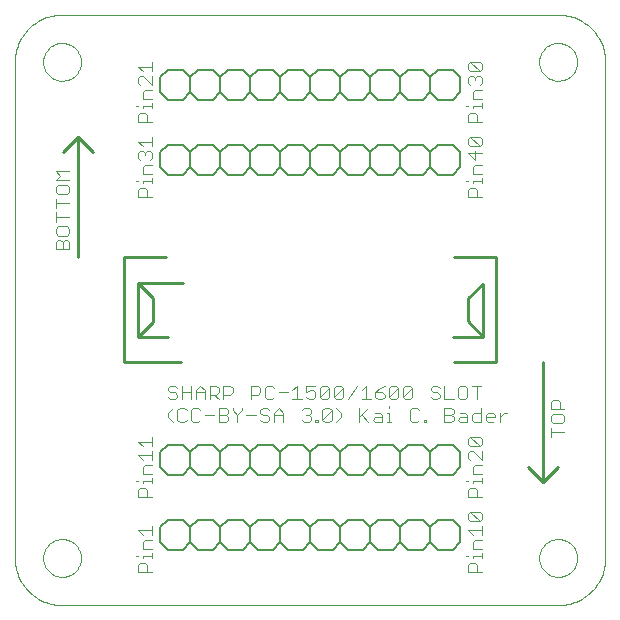
<source format=gto>
G75*
%MOIN*%
%OFA0B0*%
%FSLAX24Y24*%
%IPPOS*%
%LPD*%
%AMOC8*
5,1,8,0,0,1.08239X$1,22.5*
%
%ADD10C,0.0040*%
%ADD11C,0.0100*%
%ADD12C,0.0060*%
%ADD13C,0.0000*%
D10*
X009647Y005065D02*
X009724Y005065D01*
X009877Y005065D02*
X010184Y005065D01*
X010184Y004989D02*
X010184Y005142D01*
X010184Y005295D02*
X009877Y005295D01*
X009877Y005526D01*
X009954Y005602D01*
X010184Y005602D01*
X010184Y005756D02*
X010184Y006063D01*
X010184Y005909D02*
X009724Y005909D01*
X009877Y005756D01*
X009877Y005065D02*
X009877Y004989D01*
X009801Y004835D02*
X009954Y004835D01*
X010031Y004758D01*
X010031Y004528D01*
X010184Y004528D02*
X009724Y004528D01*
X009724Y004758D01*
X009801Y004835D01*
X009724Y007028D02*
X009724Y007258D01*
X009801Y007335D01*
X009954Y007335D01*
X010031Y007258D01*
X010031Y007028D01*
X010184Y007028D02*
X009724Y007028D01*
X009877Y007489D02*
X009877Y007565D01*
X010184Y007565D01*
X010184Y007489D02*
X010184Y007642D01*
X010184Y007795D02*
X009877Y007795D01*
X009877Y008026D01*
X009954Y008102D01*
X010184Y008102D01*
X010184Y008256D02*
X010184Y008563D01*
X010184Y008716D02*
X010184Y009023D01*
X010184Y008870D02*
X009724Y008870D01*
X009877Y008716D01*
X009724Y008409D02*
X010184Y008409D01*
X009877Y008256D02*
X009724Y008409D01*
X009724Y007565D02*
X009647Y007565D01*
X010878Y009528D02*
X010724Y009682D01*
X010724Y009835D01*
X010878Y009989D01*
X011031Y009912D02*
X011031Y009605D01*
X011108Y009528D01*
X011261Y009528D01*
X011338Y009605D01*
X011492Y009605D02*
X011492Y009912D01*
X011568Y009989D01*
X011722Y009989D01*
X011799Y009912D01*
X011952Y009758D02*
X012259Y009758D01*
X012412Y009758D02*
X012643Y009758D01*
X012719Y009682D01*
X012719Y009605D01*
X012643Y009528D01*
X012412Y009528D01*
X012412Y009989D01*
X012643Y009989D01*
X012719Y009912D01*
X012719Y009835D01*
X012643Y009758D01*
X012873Y009912D02*
X013026Y009758D01*
X013026Y009528D01*
X013026Y009758D02*
X013180Y009912D01*
X013180Y009989D01*
X013333Y009758D02*
X013640Y009758D01*
X013794Y009835D02*
X013870Y009758D01*
X014024Y009758D01*
X014101Y009682D01*
X014101Y009605D01*
X014024Y009528D01*
X013870Y009528D01*
X013794Y009605D01*
X013794Y009835D02*
X013794Y009912D01*
X013870Y009989D01*
X014024Y009989D01*
X014101Y009912D01*
X014254Y009835D02*
X014407Y009989D01*
X014561Y009835D01*
X014561Y009528D01*
X014561Y009758D02*
X014254Y009758D01*
X014254Y009835D02*
X014254Y009528D01*
X014177Y010278D02*
X014024Y010278D01*
X013947Y010355D01*
X013947Y010662D01*
X014024Y010739D01*
X014177Y010739D01*
X014254Y010662D01*
X014407Y010508D02*
X014714Y010508D01*
X014868Y010585D02*
X015021Y010739D01*
X015021Y010278D01*
X014868Y010278D02*
X015175Y010278D01*
X015328Y010355D02*
X015405Y010278D01*
X015558Y010278D01*
X015635Y010355D01*
X015635Y010508D01*
X015558Y010585D01*
X015482Y010585D01*
X015328Y010508D01*
X015328Y010739D01*
X015635Y010739D01*
X015789Y010662D02*
X015865Y010739D01*
X016019Y010739D01*
X016096Y010662D01*
X015789Y010355D01*
X015865Y010278D01*
X016019Y010278D01*
X016096Y010355D01*
X016096Y010662D01*
X016249Y010662D02*
X016249Y010355D01*
X016556Y010662D01*
X016556Y010355D01*
X016479Y010278D01*
X016326Y010278D01*
X016249Y010355D01*
X016249Y010662D02*
X016326Y010739D01*
X016479Y010739D01*
X016556Y010662D01*
X016709Y010278D02*
X017016Y010739D01*
X017170Y010585D02*
X017323Y010739D01*
X017323Y010278D01*
X017170Y010278D02*
X017477Y010278D01*
X017630Y010355D02*
X017707Y010278D01*
X017860Y010278D01*
X017937Y010355D01*
X017937Y010432D01*
X017860Y010508D01*
X017630Y010508D01*
X017630Y010355D01*
X017630Y010508D02*
X017784Y010662D01*
X017937Y010739D01*
X018091Y010662D02*
X018167Y010739D01*
X018321Y010739D01*
X018398Y010662D01*
X018091Y010355D01*
X018167Y010278D01*
X018321Y010278D01*
X018398Y010355D01*
X018398Y010662D01*
X018551Y010662D02*
X018551Y010355D01*
X018858Y010662D01*
X018858Y010355D01*
X018781Y010278D01*
X018628Y010278D01*
X018551Y010355D01*
X018551Y010662D02*
X018628Y010739D01*
X018781Y010739D01*
X018858Y010662D01*
X019472Y010662D02*
X019472Y010585D01*
X019549Y010508D01*
X019702Y010508D01*
X019779Y010432D01*
X019779Y010355D01*
X019702Y010278D01*
X019549Y010278D01*
X019472Y010355D01*
X019472Y010662D02*
X019549Y010739D01*
X019702Y010739D01*
X019779Y010662D01*
X019932Y010739D02*
X019932Y010278D01*
X020239Y010278D01*
X020393Y010355D02*
X020469Y010278D01*
X020623Y010278D01*
X020700Y010355D01*
X020700Y010662D01*
X020623Y010739D01*
X020469Y010739D01*
X020393Y010662D01*
X020393Y010355D01*
X020162Y009989D02*
X020239Y009912D01*
X020239Y009835D01*
X020162Y009758D01*
X019932Y009758D01*
X019932Y009528D02*
X020162Y009528D01*
X020239Y009605D01*
X020239Y009682D01*
X020162Y009758D01*
X020162Y009989D02*
X019932Y009989D01*
X019932Y009528D01*
X020393Y009605D02*
X020469Y009682D01*
X020699Y009682D01*
X020699Y009758D02*
X020699Y009528D01*
X020469Y009528D01*
X020393Y009605D01*
X020469Y009835D02*
X020623Y009835D01*
X020699Y009758D01*
X020853Y009758D02*
X020930Y009835D01*
X021160Y009835D01*
X021160Y009989D02*
X021160Y009528D01*
X020930Y009528D01*
X020853Y009605D01*
X020853Y009758D01*
X021313Y009758D02*
X021390Y009835D01*
X021544Y009835D01*
X021620Y009758D01*
X021620Y009682D01*
X021313Y009682D01*
X021313Y009758D02*
X021313Y009605D01*
X021390Y009528D01*
X021544Y009528D01*
X021774Y009528D02*
X021774Y009835D01*
X021927Y009835D02*
X022004Y009835D01*
X021927Y009835D02*
X021774Y009682D01*
X021108Y009023D02*
X021184Y008946D01*
X021184Y008793D01*
X021108Y008716D01*
X020801Y009023D01*
X021108Y009023D01*
X020801Y009023D02*
X020724Y008946D01*
X020724Y008793D01*
X020801Y008716D01*
X021108Y008716D01*
X021184Y008563D02*
X021184Y008256D01*
X020877Y008563D01*
X020801Y008563D01*
X020724Y008486D01*
X020724Y008333D01*
X020801Y008256D01*
X020954Y008102D02*
X021184Y008102D01*
X020954Y008102D02*
X020877Y008026D01*
X020877Y007795D01*
X021184Y007795D01*
X021184Y007642D02*
X021184Y007489D01*
X021184Y007565D02*
X020877Y007565D01*
X020877Y007489D01*
X020724Y007565D02*
X020647Y007565D01*
X020801Y007335D02*
X020724Y007258D01*
X020724Y007028D01*
X021184Y007028D01*
X021031Y007028D02*
X021031Y007258D01*
X020954Y007335D01*
X020801Y007335D01*
X020801Y006523D02*
X020724Y006446D01*
X020724Y006293D01*
X020801Y006216D01*
X021108Y006216D01*
X020801Y006523D01*
X021108Y006523D01*
X021184Y006446D01*
X021184Y006293D01*
X021108Y006216D01*
X021184Y006063D02*
X021184Y005756D01*
X021184Y005909D02*
X020724Y005909D01*
X020877Y005756D01*
X020954Y005602D02*
X021184Y005602D01*
X020954Y005602D02*
X020877Y005526D01*
X020877Y005295D01*
X021184Y005295D01*
X021184Y005142D02*
X021184Y004989D01*
X021184Y005065D02*
X020877Y005065D01*
X020877Y004989D01*
X020724Y005065D02*
X020647Y005065D01*
X020801Y004835D02*
X020724Y004758D01*
X020724Y004528D01*
X021184Y004528D01*
X021031Y004528D02*
X021031Y004758D01*
X020954Y004835D01*
X020801Y004835D01*
X023474Y009028D02*
X023474Y009335D01*
X023474Y009182D02*
X023934Y009182D01*
X023858Y009489D02*
X023551Y009489D01*
X023474Y009565D01*
X023474Y009719D01*
X023551Y009795D01*
X023858Y009795D01*
X023934Y009719D01*
X023934Y009565D01*
X023858Y009489D01*
X023934Y009949D02*
X023474Y009949D01*
X023474Y010179D01*
X023551Y010256D01*
X023704Y010256D01*
X023781Y010179D01*
X023781Y009949D01*
X021160Y010739D02*
X020853Y010739D01*
X021006Y010739D02*
X021006Y010278D01*
X019318Y009605D02*
X019318Y009528D01*
X019242Y009528D01*
X019242Y009605D01*
X019318Y009605D01*
X019088Y009605D02*
X019011Y009528D01*
X018858Y009528D01*
X018781Y009605D01*
X018781Y009912D01*
X018858Y009989D01*
X019011Y009989D01*
X019088Y009912D01*
X018167Y009528D02*
X018014Y009528D01*
X018091Y009528D02*
X018091Y009835D01*
X018014Y009835D01*
X018091Y009989D02*
X018091Y010065D01*
X018091Y010355D02*
X018091Y010662D01*
X017784Y009835D02*
X017860Y009758D01*
X017860Y009528D01*
X017630Y009528D01*
X017553Y009605D01*
X017630Y009682D01*
X017860Y009682D01*
X017784Y009835D02*
X017630Y009835D01*
X017400Y009989D02*
X017093Y009682D01*
X017170Y009758D02*
X017400Y009528D01*
X017093Y009528D02*
X017093Y009989D01*
X016479Y009835D02*
X016479Y009682D01*
X016326Y009528D01*
X016172Y009605D02*
X016096Y009528D01*
X015942Y009528D01*
X015865Y009605D01*
X016172Y009912D01*
X016172Y009605D01*
X015865Y009605D02*
X015865Y009912D01*
X015942Y009989D01*
X016096Y009989D01*
X016172Y009912D01*
X016326Y009989D02*
X016479Y009835D01*
X015712Y009605D02*
X015712Y009528D01*
X015635Y009528D01*
X015635Y009605D01*
X015712Y009605D01*
X015482Y009605D02*
X015405Y009528D01*
X015252Y009528D01*
X015175Y009605D01*
X015328Y009758D02*
X015405Y009758D01*
X015482Y009682D01*
X015482Y009605D01*
X015405Y009758D02*
X015482Y009835D01*
X015482Y009912D01*
X015405Y009989D01*
X015252Y009989D01*
X015175Y009912D01*
X015789Y010355D02*
X015789Y010662D01*
X014254Y010355D02*
X014177Y010278D01*
X013794Y010508D02*
X013794Y010662D01*
X013717Y010739D01*
X013487Y010739D01*
X013487Y010278D01*
X013487Y010432D02*
X013717Y010432D01*
X013794Y010508D01*
X012873Y010508D02*
X012796Y010432D01*
X012566Y010432D01*
X012566Y010278D02*
X012566Y010739D01*
X012796Y010739D01*
X012873Y010662D01*
X012873Y010508D01*
X012412Y010508D02*
X012412Y010662D01*
X012336Y010739D01*
X012106Y010739D01*
X012106Y010278D01*
X012106Y010432D02*
X012336Y010432D01*
X012412Y010508D01*
X012259Y010432D02*
X012412Y010278D01*
X011952Y010278D02*
X011952Y010585D01*
X011799Y010739D01*
X011645Y010585D01*
X011645Y010278D01*
X011492Y010278D02*
X011492Y010739D01*
X011492Y010508D02*
X011185Y010508D01*
X011031Y010432D02*
X011031Y010355D01*
X010955Y010278D01*
X010801Y010278D01*
X010724Y010355D01*
X010801Y010508D02*
X010955Y010508D01*
X011031Y010432D01*
X011185Y010278D02*
X011185Y010739D01*
X011031Y010662D02*
X010955Y010739D01*
X010801Y010739D01*
X010724Y010662D01*
X010724Y010585D01*
X010801Y010508D01*
X011108Y009989D02*
X011031Y009912D01*
X011108Y009989D02*
X011261Y009989D01*
X011338Y009912D01*
X011492Y009605D02*
X011568Y009528D01*
X011722Y009528D01*
X011799Y009605D01*
X011952Y010508D02*
X011645Y010508D01*
X012873Y009989D02*
X012873Y009912D01*
X007434Y015278D02*
X006974Y015278D01*
X006974Y015508D01*
X007051Y015585D01*
X007127Y015585D01*
X007204Y015508D01*
X007204Y015278D01*
X007434Y015278D02*
X007434Y015508D01*
X007358Y015585D01*
X007281Y015585D01*
X007204Y015508D01*
X007051Y015739D02*
X006974Y015815D01*
X006974Y015969D01*
X007051Y016045D01*
X007358Y016045D01*
X007434Y015969D01*
X007434Y015815D01*
X007358Y015739D01*
X007051Y015739D01*
X006974Y016199D02*
X006974Y016506D01*
X006974Y016659D02*
X006974Y016966D01*
X006974Y016813D02*
X007434Y016813D01*
X007358Y017120D02*
X007051Y017120D01*
X006974Y017196D01*
X006974Y017350D01*
X007051Y017427D01*
X007358Y017427D01*
X007434Y017350D01*
X007434Y017196D01*
X007358Y017120D01*
X007434Y017580D02*
X006974Y017580D01*
X007127Y017734D01*
X006974Y017887D01*
X007434Y017887D01*
X007434Y016352D02*
X006974Y016352D01*
X009647Y017565D02*
X009724Y017565D01*
X009877Y017565D02*
X010184Y017565D01*
X010184Y017489D02*
X010184Y017642D01*
X010184Y017795D02*
X009877Y017795D01*
X009877Y018026D01*
X009954Y018102D01*
X010184Y018102D01*
X010108Y018256D02*
X010184Y018333D01*
X010184Y018486D01*
X010108Y018563D01*
X010031Y018563D01*
X009954Y018486D01*
X009877Y018563D01*
X009801Y018563D01*
X009724Y018486D01*
X009724Y018333D01*
X009801Y018256D01*
X009954Y018409D02*
X009954Y018486D01*
X009877Y018716D02*
X009724Y018870D01*
X010184Y018870D01*
X010184Y019023D02*
X010184Y018716D01*
X010184Y019528D02*
X009724Y019528D01*
X009724Y019758D01*
X009801Y019835D01*
X009954Y019835D01*
X010031Y019758D01*
X010031Y019528D01*
X010184Y019989D02*
X010184Y020142D01*
X010184Y020065D02*
X009877Y020065D01*
X009877Y019989D01*
X009724Y020065D02*
X009647Y020065D01*
X009877Y020295D02*
X009877Y020526D01*
X009954Y020602D01*
X010184Y020602D01*
X010184Y020756D02*
X009877Y021063D01*
X009801Y021063D01*
X009724Y020986D01*
X009724Y020833D01*
X009801Y020756D01*
X010184Y020756D02*
X010184Y021063D01*
X010184Y021216D02*
X010184Y021523D01*
X010184Y021370D02*
X009724Y021370D01*
X009877Y021216D01*
X009877Y020295D02*
X010184Y020295D01*
X009877Y017565D02*
X009877Y017489D01*
X009801Y017335D02*
X009954Y017335D01*
X010031Y017258D01*
X010031Y017028D01*
X010184Y017028D02*
X009724Y017028D01*
X009724Y017258D01*
X009801Y017335D01*
X020647Y017565D02*
X020724Y017565D01*
X020877Y017565D02*
X021184Y017565D01*
X021184Y017489D02*
X021184Y017642D01*
X021184Y017795D02*
X020877Y017795D01*
X020877Y018026D01*
X020954Y018102D01*
X021184Y018102D01*
X020954Y018256D02*
X020954Y018563D01*
X020801Y018716D02*
X020724Y018793D01*
X020724Y018946D01*
X020801Y019023D01*
X021108Y018716D01*
X021184Y018793D01*
X021184Y018946D01*
X021108Y019023D01*
X020801Y019023D01*
X020801Y018716D02*
X021108Y018716D01*
X021184Y018486D02*
X020724Y018486D01*
X020954Y018256D01*
X020877Y017565D02*
X020877Y017489D01*
X020801Y017335D02*
X020724Y017258D01*
X020724Y017028D01*
X021184Y017028D01*
X021031Y017028D02*
X021031Y017258D01*
X020954Y017335D01*
X020801Y017335D01*
X020724Y019528D02*
X020724Y019758D01*
X020801Y019835D01*
X020954Y019835D01*
X021031Y019758D01*
X021031Y019528D01*
X021184Y019528D02*
X020724Y019528D01*
X020877Y019989D02*
X020877Y020065D01*
X021184Y020065D01*
X021184Y019989D02*
X021184Y020142D01*
X021184Y020295D02*
X020877Y020295D01*
X020877Y020526D01*
X020954Y020602D01*
X021184Y020602D01*
X021108Y020756D02*
X021184Y020833D01*
X021184Y020986D01*
X021108Y021063D01*
X021031Y021063D01*
X020954Y020986D01*
X020954Y020909D01*
X020954Y020986D02*
X020877Y021063D01*
X020801Y021063D01*
X020724Y020986D01*
X020724Y020833D01*
X020801Y020756D01*
X020801Y021216D02*
X020724Y021293D01*
X020724Y021446D01*
X020801Y021523D01*
X021108Y021216D01*
X021184Y021293D01*
X021184Y021446D01*
X021108Y021523D01*
X020801Y021523D01*
X020801Y021216D02*
X021108Y021216D01*
X020724Y020065D02*
X020647Y020065D01*
D11*
X020254Y015010D02*
X021655Y015010D01*
X021655Y011506D01*
X020254Y011506D01*
X020204Y012364D02*
X021204Y012364D01*
X020704Y012902D01*
X020704Y013652D01*
X021204Y014114D01*
X021204Y012364D01*
X023204Y011508D02*
X023204Y007508D01*
X023704Y008008D01*
X023204Y007508D02*
X022704Y008008D01*
X011155Y011506D02*
X009254Y011506D01*
X009254Y015010D01*
X010655Y015010D01*
X011204Y014152D02*
X009704Y014152D01*
X010204Y013652D01*
X010204Y012864D01*
X009704Y012364D01*
X010704Y012364D01*
X009704Y012364D02*
X009704Y014114D01*
X007704Y015008D02*
X007704Y019008D01*
X008204Y018508D01*
X007704Y019008D02*
X007204Y018508D01*
D12*
X010454Y018508D02*
X010454Y018008D01*
X010704Y017758D01*
X011204Y017758D01*
X011454Y018008D01*
X011454Y018508D01*
X011204Y018758D01*
X010704Y018758D01*
X010454Y018508D01*
X011454Y018508D02*
X011704Y018758D01*
X012204Y018758D01*
X012454Y018508D01*
X012704Y018758D01*
X013204Y018758D01*
X013454Y018508D01*
X013704Y018758D01*
X014204Y018758D01*
X014454Y018508D01*
X014704Y018758D01*
X015204Y018758D01*
X015454Y018508D01*
X015704Y018758D01*
X016204Y018758D01*
X016454Y018508D01*
X016704Y018758D01*
X017204Y018758D01*
X017454Y018508D01*
X017704Y018758D01*
X018204Y018758D01*
X018454Y018508D01*
X018704Y018758D01*
X019204Y018758D01*
X019454Y018508D01*
X019704Y018758D01*
X020204Y018758D01*
X020454Y018508D01*
X020454Y018008D01*
X020204Y017758D01*
X019704Y017758D01*
X019454Y018008D01*
X019204Y017758D01*
X018704Y017758D01*
X018454Y018008D01*
X018454Y018508D01*
X018454Y018008D02*
X018204Y017758D01*
X017704Y017758D01*
X017454Y018008D01*
X017204Y017758D01*
X016704Y017758D01*
X016454Y018008D01*
X016204Y017758D01*
X015704Y017758D01*
X015454Y018008D01*
X015454Y018508D01*
X015454Y018008D02*
X015204Y017758D01*
X014704Y017758D01*
X014454Y018008D01*
X014204Y017758D01*
X013704Y017758D01*
X013454Y018008D01*
X013204Y017758D01*
X012704Y017758D01*
X012454Y018008D01*
X012454Y018508D01*
X012454Y018008D02*
X012204Y017758D01*
X011704Y017758D01*
X011454Y018008D01*
X013454Y018008D02*
X013454Y018508D01*
X014454Y018508D02*
X014454Y018008D01*
X016454Y018008D02*
X016454Y018508D01*
X017454Y018508D02*
X017454Y018008D01*
X019454Y018008D02*
X019454Y018508D01*
X019204Y020258D02*
X018704Y020258D01*
X018454Y020508D01*
X018454Y021008D01*
X018704Y021258D01*
X019204Y021258D01*
X019454Y021008D01*
X019704Y021258D01*
X020204Y021258D01*
X020454Y021008D01*
X020454Y020508D01*
X020204Y020258D01*
X019704Y020258D01*
X019454Y020508D01*
X019204Y020258D01*
X019454Y020508D02*
X019454Y021008D01*
X018454Y021008D02*
X018204Y021258D01*
X017704Y021258D01*
X017454Y021008D01*
X017204Y021258D01*
X016704Y021258D01*
X016454Y021008D01*
X016204Y021258D01*
X015704Y021258D01*
X015454Y021008D01*
X015454Y020508D01*
X015704Y020258D01*
X016204Y020258D01*
X016454Y020508D01*
X016454Y021008D01*
X016454Y020508D02*
X016704Y020258D01*
X017204Y020258D01*
X017454Y020508D01*
X017454Y021008D01*
X017454Y020508D02*
X017704Y020258D01*
X018204Y020258D01*
X018454Y020508D01*
X015454Y020508D02*
X015204Y020258D01*
X014704Y020258D01*
X014454Y020508D01*
X014204Y020258D01*
X013704Y020258D01*
X013454Y020508D01*
X013204Y020258D01*
X012704Y020258D01*
X012454Y020508D01*
X012454Y021008D01*
X012704Y021258D01*
X013204Y021258D01*
X013454Y021008D01*
X013704Y021258D01*
X014204Y021258D01*
X014454Y021008D01*
X014704Y021258D01*
X015204Y021258D01*
X015454Y021008D01*
X014454Y021008D02*
X014454Y020508D01*
X013454Y020508D02*
X013454Y021008D01*
X012454Y021008D02*
X012204Y021258D01*
X011704Y021258D01*
X011454Y021008D01*
X011204Y021258D01*
X010704Y021258D01*
X010454Y021008D01*
X010454Y020508D01*
X010704Y020258D01*
X011204Y020258D01*
X011454Y020508D01*
X011454Y021008D01*
X011454Y020508D02*
X011704Y020258D01*
X012204Y020258D01*
X012454Y020508D01*
X012204Y008758D02*
X011704Y008758D01*
X011454Y008508D01*
X011454Y008008D01*
X011704Y007758D01*
X012204Y007758D01*
X012454Y008008D01*
X012454Y008508D01*
X012204Y008758D01*
X012454Y008508D02*
X012704Y008758D01*
X013204Y008758D01*
X013454Y008508D01*
X013704Y008758D01*
X014204Y008758D01*
X014454Y008508D01*
X014704Y008758D01*
X015204Y008758D01*
X015454Y008508D01*
X015454Y008008D01*
X015204Y007758D01*
X014704Y007758D01*
X014454Y008008D01*
X014204Y007758D01*
X013704Y007758D01*
X013454Y008008D01*
X013204Y007758D01*
X012704Y007758D01*
X012454Y008008D01*
X011454Y008008D02*
X011204Y007758D01*
X010704Y007758D01*
X010454Y008008D01*
X010454Y008508D01*
X010704Y008758D01*
X011204Y008758D01*
X011454Y008508D01*
X013454Y008508D02*
X013454Y008008D01*
X014454Y008008D02*
X014454Y008508D01*
X015454Y008508D02*
X015704Y008758D01*
X016204Y008758D01*
X016454Y008508D01*
X016704Y008758D01*
X017204Y008758D01*
X017454Y008508D01*
X017704Y008758D01*
X018204Y008758D01*
X018454Y008508D01*
X018454Y008008D01*
X018204Y007758D01*
X017704Y007758D01*
X017454Y008008D01*
X017204Y007758D01*
X016704Y007758D01*
X016454Y008008D01*
X016204Y007758D01*
X015704Y007758D01*
X015454Y008008D01*
X016454Y008008D02*
X016454Y008508D01*
X017454Y008508D02*
X017454Y008008D01*
X018454Y008008D02*
X018704Y007758D01*
X019204Y007758D01*
X019454Y008008D01*
X019704Y007758D01*
X020204Y007758D01*
X020454Y008008D01*
X020454Y008508D01*
X020204Y008758D01*
X019704Y008758D01*
X019454Y008508D01*
X019454Y008008D01*
X019454Y008508D02*
X019204Y008758D01*
X018704Y008758D01*
X018454Y008508D01*
X018204Y006258D02*
X017704Y006258D01*
X017454Y006008D01*
X017454Y005508D01*
X017704Y005258D01*
X018204Y005258D01*
X018454Y005508D01*
X018454Y006008D01*
X018204Y006258D01*
X018454Y006008D02*
X018704Y006258D01*
X019204Y006258D01*
X019454Y006008D01*
X019704Y006258D01*
X020204Y006258D01*
X020454Y006008D01*
X020454Y005508D01*
X020204Y005258D01*
X019704Y005258D01*
X019454Y005508D01*
X019204Y005258D01*
X018704Y005258D01*
X018454Y005508D01*
X019454Y005508D02*
X019454Y006008D01*
X017454Y006008D02*
X017204Y006258D01*
X016704Y006258D01*
X016454Y006008D01*
X016454Y005508D01*
X016704Y005258D01*
X017204Y005258D01*
X017454Y005508D01*
X016454Y005508D02*
X016204Y005258D01*
X015704Y005258D01*
X015454Y005508D01*
X015204Y005258D01*
X014704Y005258D01*
X014454Y005508D01*
X014204Y005258D01*
X013704Y005258D01*
X013454Y005508D01*
X013204Y005258D01*
X012704Y005258D01*
X012454Y005508D01*
X012204Y005258D01*
X011704Y005258D01*
X011454Y005508D01*
X011204Y005258D01*
X010704Y005258D01*
X010454Y005508D01*
X010454Y006008D01*
X010704Y006258D01*
X011204Y006258D01*
X011454Y006008D01*
X011704Y006258D01*
X012204Y006258D01*
X012454Y006008D01*
X012454Y005508D01*
X012454Y006008D02*
X012704Y006258D01*
X013204Y006258D01*
X013454Y006008D01*
X013704Y006258D01*
X014204Y006258D01*
X014454Y006008D01*
X014704Y006258D01*
X015204Y006258D01*
X015454Y006008D01*
X015454Y005508D01*
X015454Y006008D02*
X015704Y006258D01*
X016204Y006258D01*
X016454Y006008D01*
X014454Y006008D02*
X014454Y005508D01*
X013454Y005508D02*
X013454Y006008D01*
X011454Y006008D02*
X011454Y005508D01*
D13*
X005612Y004990D02*
X005612Y021526D01*
X006557Y021526D02*
X006559Y021576D01*
X006565Y021626D01*
X006575Y021675D01*
X006589Y021723D01*
X006606Y021770D01*
X006627Y021815D01*
X006652Y021859D01*
X006680Y021900D01*
X006712Y021939D01*
X006746Y021976D01*
X006783Y022010D01*
X006823Y022040D01*
X006865Y022067D01*
X006909Y022091D01*
X006955Y022112D01*
X007002Y022128D01*
X007050Y022141D01*
X007100Y022150D01*
X007149Y022155D01*
X007200Y022156D01*
X007250Y022153D01*
X007299Y022146D01*
X007348Y022135D01*
X007396Y022120D01*
X007442Y022102D01*
X007487Y022080D01*
X007530Y022054D01*
X007571Y022025D01*
X007610Y021993D01*
X007646Y021958D01*
X007678Y021920D01*
X007708Y021880D01*
X007735Y021837D01*
X007758Y021793D01*
X007777Y021747D01*
X007793Y021699D01*
X007805Y021650D01*
X007813Y021601D01*
X007817Y021551D01*
X007817Y021501D01*
X007813Y021451D01*
X007805Y021402D01*
X007793Y021353D01*
X007777Y021305D01*
X007758Y021259D01*
X007735Y021215D01*
X007708Y021172D01*
X007678Y021132D01*
X007646Y021094D01*
X007610Y021059D01*
X007571Y021027D01*
X007530Y020998D01*
X007487Y020972D01*
X007442Y020950D01*
X007396Y020932D01*
X007348Y020917D01*
X007299Y020906D01*
X007250Y020899D01*
X007200Y020896D01*
X007149Y020897D01*
X007100Y020902D01*
X007050Y020911D01*
X007002Y020924D01*
X006955Y020940D01*
X006909Y020961D01*
X006865Y020985D01*
X006823Y021012D01*
X006783Y021042D01*
X006746Y021076D01*
X006712Y021113D01*
X006680Y021152D01*
X006652Y021193D01*
X006627Y021237D01*
X006606Y021282D01*
X006589Y021329D01*
X006575Y021377D01*
X006565Y021426D01*
X006559Y021476D01*
X006557Y021526D01*
X005612Y021526D02*
X005614Y021603D01*
X005620Y021680D01*
X005629Y021757D01*
X005642Y021833D01*
X005659Y021909D01*
X005680Y021983D01*
X005704Y022057D01*
X005732Y022129D01*
X005763Y022199D01*
X005798Y022268D01*
X005836Y022336D01*
X005877Y022401D01*
X005922Y022464D01*
X005970Y022525D01*
X006020Y022584D01*
X006073Y022640D01*
X006129Y022693D01*
X006188Y022743D01*
X006249Y022791D01*
X006312Y022836D01*
X006377Y022877D01*
X006445Y022915D01*
X006514Y022950D01*
X006584Y022981D01*
X006656Y023009D01*
X006730Y023033D01*
X006804Y023054D01*
X006880Y023071D01*
X006956Y023084D01*
X007033Y023093D01*
X007110Y023099D01*
X007187Y023101D01*
X023722Y023101D01*
X023092Y021526D02*
X023094Y021576D01*
X023100Y021626D01*
X023110Y021675D01*
X023124Y021723D01*
X023141Y021770D01*
X023162Y021815D01*
X023187Y021859D01*
X023215Y021900D01*
X023247Y021939D01*
X023281Y021976D01*
X023318Y022010D01*
X023358Y022040D01*
X023400Y022067D01*
X023444Y022091D01*
X023490Y022112D01*
X023537Y022128D01*
X023585Y022141D01*
X023635Y022150D01*
X023684Y022155D01*
X023735Y022156D01*
X023785Y022153D01*
X023834Y022146D01*
X023883Y022135D01*
X023931Y022120D01*
X023977Y022102D01*
X024022Y022080D01*
X024065Y022054D01*
X024106Y022025D01*
X024145Y021993D01*
X024181Y021958D01*
X024213Y021920D01*
X024243Y021880D01*
X024270Y021837D01*
X024293Y021793D01*
X024312Y021747D01*
X024328Y021699D01*
X024340Y021650D01*
X024348Y021601D01*
X024352Y021551D01*
X024352Y021501D01*
X024348Y021451D01*
X024340Y021402D01*
X024328Y021353D01*
X024312Y021305D01*
X024293Y021259D01*
X024270Y021215D01*
X024243Y021172D01*
X024213Y021132D01*
X024181Y021094D01*
X024145Y021059D01*
X024106Y021027D01*
X024065Y020998D01*
X024022Y020972D01*
X023977Y020950D01*
X023931Y020932D01*
X023883Y020917D01*
X023834Y020906D01*
X023785Y020899D01*
X023735Y020896D01*
X023684Y020897D01*
X023635Y020902D01*
X023585Y020911D01*
X023537Y020924D01*
X023490Y020940D01*
X023444Y020961D01*
X023400Y020985D01*
X023358Y021012D01*
X023318Y021042D01*
X023281Y021076D01*
X023247Y021113D01*
X023215Y021152D01*
X023187Y021193D01*
X023162Y021237D01*
X023141Y021282D01*
X023124Y021329D01*
X023110Y021377D01*
X023100Y021426D01*
X023094Y021476D01*
X023092Y021526D01*
X023722Y023101D02*
X023799Y023099D01*
X023876Y023093D01*
X023953Y023084D01*
X024029Y023071D01*
X024105Y023054D01*
X024179Y023033D01*
X024253Y023009D01*
X024325Y022981D01*
X024395Y022950D01*
X024464Y022915D01*
X024532Y022877D01*
X024597Y022836D01*
X024660Y022791D01*
X024721Y022743D01*
X024780Y022693D01*
X024836Y022640D01*
X024889Y022584D01*
X024939Y022525D01*
X024987Y022464D01*
X025032Y022401D01*
X025073Y022336D01*
X025111Y022268D01*
X025146Y022199D01*
X025177Y022129D01*
X025205Y022057D01*
X025229Y021983D01*
X025250Y021909D01*
X025267Y021833D01*
X025280Y021757D01*
X025289Y021680D01*
X025295Y021603D01*
X025297Y021526D01*
X025297Y004990D01*
X023092Y004990D02*
X023094Y005040D01*
X023100Y005090D01*
X023110Y005139D01*
X023124Y005187D01*
X023141Y005234D01*
X023162Y005279D01*
X023187Y005323D01*
X023215Y005364D01*
X023247Y005403D01*
X023281Y005440D01*
X023318Y005474D01*
X023358Y005504D01*
X023400Y005531D01*
X023444Y005555D01*
X023490Y005576D01*
X023537Y005592D01*
X023585Y005605D01*
X023635Y005614D01*
X023684Y005619D01*
X023735Y005620D01*
X023785Y005617D01*
X023834Y005610D01*
X023883Y005599D01*
X023931Y005584D01*
X023977Y005566D01*
X024022Y005544D01*
X024065Y005518D01*
X024106Y005489D01*
X024145Y005457D01*
X024181Y005422D01*
X024213Y005384D01*
X024243Y005344D01*
X024270Y005301D01*
X024293Y005257D01*
X024312Y005211D01*
X024328Y005163D01*
X024340Y005114D01*
X024348Y005065D01*
X024352Y005015D01*
X024352Y004965D01*
X024348Y004915D01*
X024340Y004866D01*
X024328Y004817D01*
X024312Y004769D01*
X024293Y004723D01*
X024270Y004679D01*
X024243Y004636D01*
X024213Y004596D01*
X024181Y004558D01*
X024145Y004523D01*
X024106Y004491D01*
X024065Y004462D01*
X024022Y004436D01*
X023977Y004414D01*
X023931Y004396D01*
X023883Y004381D01*
X023834Y004370D01*
X023785Y004363D01*
X023735Y004360D01*
X023684Y004361D01*
X023635Y004366D01*
X023585Y004375D01*
X023537Y004388D01*
X023490Y004404D01*
X023444Y004425D01*
X023400Y004449D01*
X023358Y004476D01*
X023318Y004506D01*
X023281Y004540D01*
X023247Y004577D01*
X023215Y004616D01*
X023187Y004657D01*
X023162Y004701D01*
X023141Y004746D01*
X023124Y004793D01*
X023110Y004841D01*
X023100Y004890D01*
X023094Y004940D01*
X023092Y004990D01*
X023722Y003415D02*
X023799Y003417D01*
X023876Y003423D01*
X023953Y003432D01*
X024029Y003445D01*
X024105Y003462D01*
X024179Y003483D01*
X024253Y003507D01*
X024325Y003535D01*
X024395Y003566D01*
X024464Y003601D01*
X024532Y003639D01*
X024597Y003680D01*
X024660Y003725D01*
X024721Y003773D01*
X024780Y003823D01*
X024836Y003876D01*
X024889Y003932D01*
X024939Y003991D01*
X024987Y004052D01*
X025032Y004115D01*
X025073Y004180D01*
X025111Y004248D01*
X025146Y004317D01*
X025177Y004387D01*
X025205Y004459D01*
X025229Y004533D01*
X025250Y004607D01*
X025267Y004683D01*
X025280Y004759D01*
X025289Y004836D01*
X025295Y004913D01*
X025297Y004990D01*
X023722Y003416D02*
X007187Y003416D01*
X006557Y004990D02*
X006559Y005040D01*
X006565Y005090D01*
X006575Y005139D01*
X006589Y005187D01*
X006606Y005234D01*
X006627Y005279D01*
X006652Y005323D01*
X006680Y005364D01*
X006712Y005403D01*
X006746Y005440D01*
X006783Y005474D01*
X006823Y005504D01*
X006865Y005531D01*
X006909Y005555D01*
X006955Y005576D01*
X007002Y005592D01*
X007050Y005605D01*
X007100Y005614D01*
X007149Y005619D01*
X007200Y005620D01*
X007250Y005617D01*
X007299Y005610D01*
X007348Y005599D01*
X007396Y005584D01*
X007442Y005566D01*
X007487Y005544D01*
X007530Y005518D01*
X007571Y005489D01*
X007610Y005457D01*
X007646Y005422D01*
X007678Y005384D01*
X007708Y005344D01*
X007735Y005301D01*
X007758Y005257D01*
X007777Y005211D01*
X007793Y005163D01*
X007805Y005114D01*
X007813Y005065D01*
X007817Y005015D01*
X007817Y004965D01*
X007813Y004915D01*
X007805Y004866D01*
X007793Y004817D01*
X007777Y004769D01*
X007758Y004723D01*
X007735Y004679D01*
X007708Y004636D01*
X007678Y004596D01*
X007646Y004558D01*
X007610Y004523D01*
X007571Y004491D01*
X007530Y004462D01*
X007487Y004436D01*
X007442Y004414D01*
X007396Y004396D01*
X007348Y004381D01*
X007299Y004370D01*
X007250Y004363D01*
X007200Y004360D01*
X007149Y004361D01*
X007100Y004366D01*
X007050Y004375D01*
X007002Y004388D01*
X006955Y004404D01*
X006909Y004425D01*
X006865Y004449D01*
X006823Y004476D01*
X006783Y004506D01*
X006746Y004540D01*
X006712Y004577D01*
X006680Y004616D01*
X006652Y004657D01*
X006627Y004701D01*
X006606Y004746D01*
X006589Y004793D01*
X006575Y004841D01*
X006565Y004890D01*
X006559Y004940D01*
X006557Y004990D01*
X005612Y004990D02*
X005614Y004913D01*
X005620Y004836D01*
X005629Y004759D01*
X005642Y004683D01*
X005659Y004607D01*
X005680Y004533D01*
X005704Y004459D01*
X005732Y004387D01*
X005763Y004317D01*
X005798Y004248D01*
X005836Y004180D01*
X005877Y004115D01*
X005922Y004052D01*
X005970Y003991D01*
X006020Y003932D01*
X006073Y003876D01*
X006129Y003823D01*
X006188Y003773D01*
X006249Y003725D01*
X006312Y003680D01*
X006377Y003639D01*
X006445Y003601D01*
X006514Y003566D01*
X006584Y003535D01*
X006656Y003507D01*
X006730Y003483D01*
X006804Y003462D01*
X006880Y003445D01*
X006956Y003432D01*
X007033Y003423D01*
X007110Y003417D01*
X007187Y003415D01*
M02*

</source>
